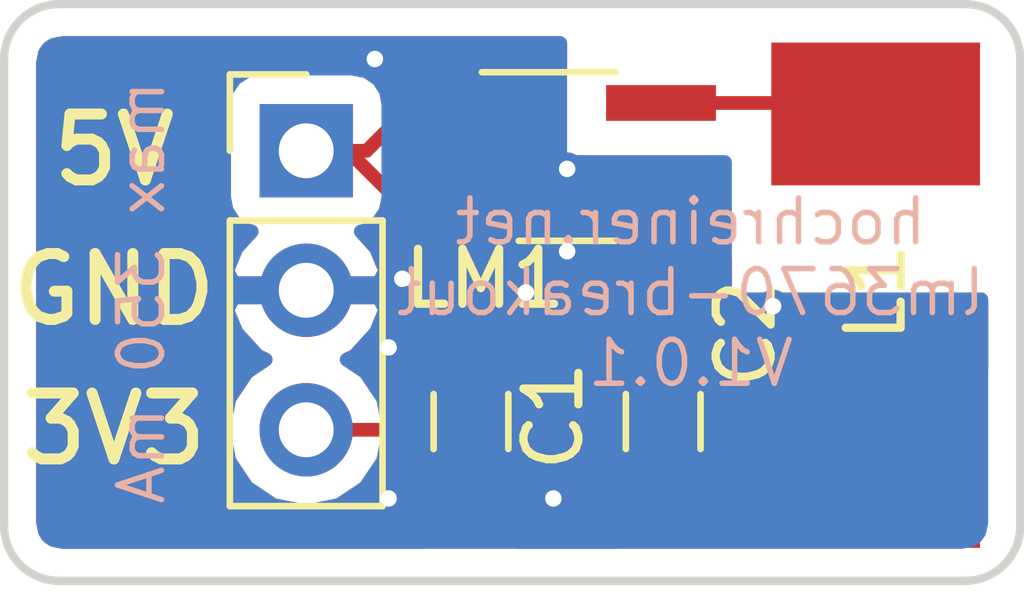
<source format=kicad_pcb>
(kicad_pcb (version 4) (host pcbnew 4.0.6)

  (general
    (links 19)
    (no_connects 0)
    (area 134.424999 102.424999 153.075001 113.075001)
    (thickness 1.6)
    (drawings 13)
    (tracks 22)
    (zones 0)
    (modules 14)
    (nets 5)
  )

  (page A4)
  (layers
    (0 F.Cu signal)
    (31 B.Cu signal)
    (32 B.Adhes user)
    (33 F.Adhes user)
    (34 B.Paste user)
    (35 F.Paste user)
    (36 B.SilkS user)
    (37 F.SilkS user)
    (38 B.Mask user)
    (39 F.Mask user)
    (40 Dwgs.User user)
    (41 Cmts.User user)
    (42 Eco1.User user)
    (43 Eco2.User user)
    (44 Edge.Cuts user)
    (45 Margin user)
    (46 B.CrtYd user)
    (47 F.CrtYd user)
    (48 B.Fab user)
    (49 F.Fab user)
  )

  (setup
    (last_trace_width 0.25)
    (trace_clearance 0.3)
    (zone_clearance 0.508)
    (zone_45_only no)
    (trace_min 0.2)
    (segment_width 0.2)
    (edge_width 0.15)
    (via_size 0.45)
    (via_drill 0.2)
    (via_min_size 0.45)
    (via_min_drill 0.2)
    (uvia_size 0.3)
    (uvia_drill 0.1)
    (uvias_allowed no)
    (uvia_min_size 0.2)
    (uvia_min_drill 0.1)
    (pcb_text_width 0.3)
    (pcb_text_size 1.5 1.5)
    (mod_edge_width 0.15)
    (mod_text_size 1 1)
    (mod_text_width 0.15)
    (pad_size 0.6 0.6)
    (pad_drill 0.3)
    (pad_to_mask_clearance 0.2)
    (aux_axis_origin 0 0)
    (visible_elements FFFFFF7F)
    (pcbplotparams
      (layerselection 0x00030_80000001)
      (usegerberextensions false)
      (excludeedgelayer true)
      (linewidth 0.100000)
      (plotframeref false)
      (viasonmask false)
      (mode 1)
      (useauxorigin false)
      (hpglpennumber 1)
      (hpglpenspeed 20)
      (hpglpendiameter 15)
      (hpglpenoverlay 2)
      (psnegative false)
      (psa4output false)
      (plotreference true)
      (plotvalue true)
      (plotinvisibletext false)
      (padsonsilk false)
      (subtractmaskfromsilk false)
      (outputformat 1)
      (mirror false)
      (drillshape 1)
      (scaleselection 1)
      (outputdirectory ""))
  )

  (net 0 "")
  (net 1 GND)
  (net 2 /5V)
  (net 3 /3V3)
  (net 4 "Net-(L1-Pad2)")

  (net_class Default "This is the default net class."
    (clearance 0.3)
    (trace_width 0.25)
    (via_dia 0.45)
    (via_drill 0.2)
    (uvia_dia 0.3)
    (uvia_drill 0.1)
    (add_net /3V3)
    (add_net /5V)
    (add_net GND)
    (add_net "Net-(L1-Pad2)")
  )

  (module utils:STITCHING_VIA (layer F.Cu) (tedit 59C2BDAD) (tstamp 59C40751)
    (at 144.5 111.5)
    (fp_text reference REF** (at 0 2.54) (layer F.SilkS) hide
      (effects (font (size 1 1) (thickness 0.15)))
    )
    (fp_text value STITCHING_VIA (at 0 -2.54) (layer F.Fab) hide
      (effects (font (size 1 1) (thickness 0.15)))
    )
    (pad 1 thru_hole circle (at 0 0) (size 0.6 0.6) (drill 0.3) (layers *.Cu)
      (net 1 GND) (zone_connect 2))
  )

  (module utils:STITCHING_VIA (layer F.Cu) (tedit 59C2BDAD) (tstamp 59C4074C)
    (at 141.5 111.5)
    (fp_text reference REF** (at 0 2.54) (layer F.SilkS) hide
      (effects (font (size 1 1) (thickness 0.15)))
    )
    (fp_text value STITCHING_VIA (at 0 -2.54) (layer F.Fab) hide
      (effects (font (size 1 1) (thickness 0.15)))
    )
    (pad 1 thru_hole circle (at 0 0) (size 0.6 0.6) (drill 0.3) (layers *.Cu)
      (net 1 GND) (zone_connect 2))
  )

  (module utils:STITCHING_VIA (layer F.Cu) (tedit 59C2BDAD) (tstamp 59C40610)
    (at 144 107.75)
    (fp_text reference REF** (at 0 2.54) (layer F.SilkS) hide
      (effects (font (size 1 1) (thickness 0.15)))
    )
    (fp_text value STITCHING_VIA (at 0 -2.54) (layer F.Fab) hide
      (effects (font (size 1 1) (thickness 0.15)))
    )
    (pad 1 thru_hole circle (at 0 0) (size 0.6 0.6) (drill 0.3) (layers *.Cu)
      (net 1 GND) (zone_connect 2))
  )

  (module utils:STITCHING_VIA (layer F.Cu) (tedit 59C2BDAD) (tstamp 59C4055B)
    (at 141.25 103.5)
    (fp_text reference REF** (at 0 2.54) (layer F.SilkS) hide
      (effects (font (size 1 1) (thickness 0.15)))
    )
    (fp_text value STITCHING_VIA (at 0 -2.54) (layer F.Fab) hide
      (effects (font (size 1 1) (thickness 0.15)))
    )
    (pad 1 thru_hole circle (at 0 0) (size 0.6 0.6) (drill 0.3) (layers *.Cu)
      (net 1 GND) (zone_connect 2))
  )

  (module utils:STITCHING_VIA (layer F.Cu) (tedit 59C2BDAD) (tstamp 59C40550)
    (at 141.5 108.75)
    (fp_text reference REF** (at 0 2.54) (layer F.SilkS) hide
      (effects (font (size 1 1) (thickness 0.15)))
    )
    (fp_text value STITCHING_VIA (at 0 -2.54) (layer F.Fab) hide
      (effects (font (size 1 1) (thickness 0.15)))
    )
    (pad 1 thru_hole circle (at 0 0) (size 0.6 0.6) (drill 0.3) (layers *.Cu)
      (net 1 GND) (zone_connect 2))
  )

  (module utils:STITCHING_VIA (layer F.Cu) (tedit 59C2BDAD) (tstamp 59C4054B)
    (at 141.75 107.5)
    (fp_text reference REF** (at 0 2.54) (layer F.SilkS) hide
      (effects (font (size 1 1) (thickness 0.15)))
    )
    (fp_text value STITCHING_VIA (at 0 -2.54) (layer F.Fab) hide
      (effects (font (size 1 1) (thickness 0.15)))
    )
    (pad 1 thru_hole circle (at 0 0) (size 0.6 0.6) (drill 0.3) (layers *.Cu)
      (net 1 GND) (zone_connect 2))
  )

  (module utils:STITCHING_VIA (layer F.Cu) (tedit 59C2BDAD) (tstamp 59C40503)
    (at 144.75 107)
    (fp_text reference REF** (at 0 2.54) (layer F.SilkS) hide
      (effects (font (size 1 1) (thickness 0.15)))
    )
    (fp_text value STITCHING_VIA (at 0 -2.54) (layer F.Fab) hide
      (effects (font (size 1 1) (thickness 0.15)))
    )
    (pad 1 thru_hole circle (at 0 0) (size 0.6 0.6) (drill 0.3) (layers *.Cu)
      (net 1 GND) (zone_connect 2))
  )

  (module utils:STITCHING_VIA (layer F.Cu) (tedit 59C2BDAD) (tstamp 59C8A138)
    (at 144.75 105.5)
    (fp_text reference REF** (at 0 2.54) (layer F.SilkS) hide
      (effects (font (size 1 1) (thickness 0.15)))
    )
    (fp_text value STITCHING_VIA (at 0 -2.54) (layer F.Fab) hide
      (effects (font (size 1 1) (thickness 0.15)))
    )
    (pad 1 thru_hole circle (at 0 0) (size 0.6 0.6) (drill 0.3) (layers *.Cu)
      (net 1 GND) (zone_connect 2))
  )

  (module Resistors_SMD:R_0603_HandSoldering (layer F.Cu) (tedit 58AAD9E8) (tstamp 59C5ED13)
    (at 143 110.1 90)
    (descr "Resistor SMD 0603, hand soldering")
    (tags "resistor 0603")
    (path /59C2B639)
    (attr smd)
    (fp_text reference C1 (at 0.1 1.5 90) (layer F.SilkS)
      (effects (font (size 1 1) (thickness 0.15)))
    )
    (fp_text value 4.7µF (at 0 1.55 90) (layer F.Fab)
      (effects (font (size 1 1) (thickness 0.15)))
    )
    (fp_text user %R (at 0 -1.45 90) (layer F.Fab)
      (effects (font (size 1 1) (thickness 0.15)))
    )
    (fp_line (start -0.8 0.4) (end -0.8 -0.4) (layer F.Fab) (width 0.1))
    (fp_line (start 0.8 0.4) (end -0.8 0.4) (layer F.Fab) (width 0.1))
    (fp_line (start 0.8 -0.4) (end 0.8 0.4) (layer F.Fab) (width 0.1))
    (fp_line (start -0.8 -0.4) (end 0.8 -0.4) (layer F.Fab) (width 0.1))
    (fp_line (start 0.5 0.68) (end -0.5 0.68) (layer F.SilkS) (width 0.12))
    (fp_line (start -0.5 -0.68) (end 0.5 -0.68) (layer F.SilkS) (width 0.12))
    (fp_line (start -1.96 -0.7) (end 1.95 -0.7) (layer F.CrtYd) (width 0.05))
    (fp_line (start -1.96 -0.7) (end -1.96 0.7) (layer F.CrtYd) (width 0.05))
    (fp_line (start 1.95 0.7) (end 1.95 -0.7) (layer F.CrtYd) (width 0.05))
    (fp_line (start 1.95 0.7) (end -1.96 0.7) (layer F.CrtYd) (width 0.05))
    (pad 1 smd rect (at -1.1 0 90) (size 1.2 0.9) (layers F.Cu F.Paste F.Mask)
      (net 1 GND))
    (pad 2 smd rect (at 1.1 0 90) (size 1.2 0.9) (layers F.Cu F.Paste F.Mask)
      (net 2 /5V))
    (model Resistors_SMD.3dshapes/R_0603.wrl
      (at (xyz 0 0 0))
      (scale (xyz 1 1 1))
      (rotate (xyz 0 0 0))
    )
  )

  (module Resistors_SMD:R_0603_HandSoldering (layer F.Cu) (tedit 58AAD9E8) (tstamp 59C5ED24)
    (at 146.5 110.1 90)
    (descr "Resistor SMD 0603, hand soldering")
    (tags "resistor 0603")
    (path /59C2B6BB)
    (attr smd)
    (fp_text reference C2 (at 1.6 1.5 270) (layer F.SilkS)
      (effects (font (size 1 1) (thickness 0.15)))
    )
    (fp_text value 10µF (at 0 1.55 90) (layer F.Fab)
      (effects (font (size 1 1) (thickness 0.15)))
    )
    (fp_text user %R (at 0 -1.45 90) (layer F.Fab)
      (effects (font (size 1 1) (thickness 0.15)))
    )
    (fp_line (start -0.8 0.4) (end -0.8 -0.4) (layer F.Fab) (width 0.1))
    (fp_line (start 0.8 0.4) (end -0.8 0.4) (layer F.Fab) (width 0.1))
    (fp_line (start 0.8 -0.4) (end 0.8 0.4) (layer F.Fab) (width 0.1))
    (fp_line (start -0.8 -0.4) (end 0.8 -0.4) (layer F.Fab) (width 0.1))
    (fp_line (start 0.5 0.68) (end -0.5 0.68) (layer F.SilkS) (width 0.12))
    (fp_line (start -0.5 -0.68) (end 0.5 -0.68) (layer F.SilkS) (width 0.12))
    (fp_line (start -1.96 -0.7) (end 1.95 -0.7) (layer F.CrtYd) (width 0.05))
    (fp_line (start -1.96 -0.7) (end -1.96 0.7) (layer F.CrtYd) (width 0.05))
    (fp_line (start 1.95 0.7) (end 1.95 -0.7) (layer F.CrtYd) (width 0.05))
    (fp_line (start 1.95 0.7) (end -1.96 0.7) (layer F.CrtYd) (width 0.05))
    (pad 1 smd rect (at -1.1 0 90) (size 1.2 0.9) (layers F.Cu F.Paste F.Mask)
      (net 3 /3V3))
    (pad 2 smd rect (at 1.1 0 90) (size 1.2 0.9) (layers F.Cu F.Paste F.Mask)
      (net 1 GND))
    (model Resistors_SMD.3dshapes/R_0603.wrl
      (at (xyz 0 0 0))
      (scale (xyz 1 1 1))
      (rotate (xyz 0 0 0))
    )
  )

  (module Pin_Headers:Pin_Header_Straight_1x03_Pitch2.54mm (layer F.Cu) (tedit 59C401AC) (tstamp 59C5ED39)
    (at 140 105.17)
    (descr "Through hole straight pin header, 1x03, 2.54mm pitch, single row")
    (tags "Through hole pin header THT 1x03 2.54mm single row")
    (path /59C2B886)
    (fp_text reference CC1 (at 2.25 -0.17 90) (layer F.SilkS) hide
      (effects (font (size 1 1) (thickness 0.15)))
    )
    (fp_text value CC (at 0 7.47) (layer F.Fab)
      (effects (font (size 1 1) (thickness 0.15)))
    )
    (fp_line (start -1.27 -1.27) (end -1.27 6.35) (layer F.Fab) (width 0.1))
    (fp_line (start -1.27 6.35) (end 1.27 6.35) (layer F.Fab) (width 0.1))
    (fp_line (start 1.27 6.35) (end 1.27 -1.27) (layer F.Fab) (width 0.1))
    (fp_line (start 1.27 -1.27) (end -1.27 -1.27) (layer F.Fab) (width 0.1))
    (fp_line (start -1.39 1.27) (end -1.39 6.47) (layer F.SilkS) (width 0.12))
    (fp_line (start -1.39 6.47) (end 1.39 6.47) (layer F.SilkS) (width 0.12))
    (fp_line (start 1.39 6.47) (end 1.39 1.27) (layer F.SilkS) (width 0.12))
    (fp_line (start 1.39 1.27) (end -1.39 1.27) (layer F.SilkS) (width 0.12))
    (fp_line (start -1.39 0) (end -1.39 -1.39) (layer F.SilkS) (width 0.12))
    (fp_line (start -1.39 -1.39) (end 0 -1.39) (layer F.SilkS) (width 0.12))
    (fp_line (start -1.6 -1.6) (end -1.6 6.6) (layer F.CrtYd) (width 0.05))
    (fp_line (start -1.6 6.6) (end 1.6 6.6) (layer F.CrtYd) (width 0.05))
    (fp_line (start 1.6 6.6) (end 1.6 -1.6) (layer F.CrtYd) (width 0.05))
    (fp_line (start 1.6 -1.6) (end -1.6 -1.6) (layer F.CrtYd) (width 0.05))
    (pad 1 thru_hole rect (at 0 0) (size 1.7 1.7) (drill 1) (layers *.Cu *.Mask)
      (net 2 /5V))
    (pad 2 thru_hole oval (at 0 2.54) (size 1.7 1.7) (drill 1) (layers *.Cu *.Mask)
      (net 1 GND))
    (pad 3 thru_hole oval (at 0 5.08) (size 1.7 1.7) (drill 1) (layers *.Cu *.Mask)
      (net 3 /3V3))
    (model Pin_Headers.3dshapes/Pin_Header_Straight_1x03_Pitch2.54mm.wrl
      (at (xyz 0 -0.1 0))
      (scale (xyz 1 1 1))
      (rotate (xyz 0 0 90))
    )
  )

  (module lm3670-breakout:INDUCTOR (layer F.Cu) (tedit 598EC22F) (tstamp 59C5ED3F)
    (at 150.368 107.8 90)
    (path /59C2B6D8)
    (fp_text reference L1 (at 0.05 0 90) (layer F.SilkS)
      (effects (font (size 1 1) (thickness 0.15)))
    )
    (fp_text value 10µH (at 0 -3 90) (layer F.Fab)
      (effects (font (size 1 1) (thickness 0.15)))
    )
    (pad 1 smd rect (at -3.3 0 90) (size 2.6 3.8) (layers F.Cu F.Paste F.Mask)
      (net 3 /3V3))
    (pad 2 smd rect (at 3.3 0 90) (size 2.6 3.8) (layers F.Cu F.Paste F.Mask)
      (net 4 "Net-(L1-Pad2)"))
  )

  (module TO_SOT_Packages_SMD:TSOT-23-5_HandSoldering (layer F.Cu) (tedit 588357EE) (tstamp 59C5ED53)
    (at 144.75 105.25)
    (descr "5-pin TSOT23 package, http://cds.linear.com/docs/en/packaging/SOT_5_05-08-1635.pdf")
    (tags "TSOT-23-5 Hand-soldering")
    (path /59C2B591)
    (attr smd)
    (fp_text reference LM1 (at -1.5 2.25) (layer F.SilkS)
      (effects (font (size 1 1) (thickness 0.15)))
    )
    (fp_text value LM3670 (at 0 2.5) (layer F.Fab)
      (effects (font (size 1 1) (thickness 0.15)))
    )
    (fp_line (start -0.88 1.56) (end 0.88 1.56) (layer F.SilkS) (width 0.12))
    (fp_line (start 0.88 -1.51) (end -1.55 -1.51) (layer F.SilkS) (width 0.12))
    (fp_line (start -0.88 -1) (end -0.43 -1.45) (layer F.Fab) (width 0.1))
    (fp_line (start 0.88 -1.45) (end -0.43 -1.45) (layer F.Fab) (width 0.1))
    (fp_line (start -0.88 -1) (end -0.88 1.45) (layer F.Fab) (width 0.1))
    (fp_line (start 0.88 1.45) (end -0.88 1.45) (layer F.Fab) (width 0.1))
    (fp_line (start 0.88 -1.45) (end 0.88 1.45) (layer F.Fab) (width 0.1))
    (fp_line (start -2.96 -1.7) (end 2.96 -1.7) (layer F.CrtYd) (width 0.05))
    (fp_line (start -2.96 -1.7) (end -2.96 1.7) (layer F.CrtYd) (width 0.05))
    (fp_line (start 2.96 1.7) (end 2.96 -1.7) (layer F.CrtYd) (width 0.05))
    (fp_line (start 2.96 1.7) (end -2.96 1.7) (layer F.CrtYd) (width 0.05))
    (pad 1 smd rect (at -1.71 -0.95) (size 2 0.65) (layers F.Cu F.Paste F.Mask)
      (net 2 /5V))
    (pad 2 smd rect (at -1.71 0) (size 2 0.65) (layers F.Cu F.Paste F.Mask)
      (net 1 GND))
    (pad 3 smd rect (at -1.71 0.95) (size 2 0.65) (layers F.Cu F.Paste F.Mask)
      (net 2 /5V))
    (pad 4 smd rect (at 1.71 0.95) (size 2 0.65) (layers F.Cu F.Paste F.Mask)
      (net 3 /3V3))
    (pad 5 smd rect (at 1.71 -0.95) (size 2 0.65) (layers F.Cu F.Paste F.Mask)
      (net 4 "Net-(L1-Pad2)"))
  )

  (module utils:STITCHING_VIA (layer F.Cu) (tedit 59C2BDAD) (tstamp 59C8A12C)
    (at 148.5 108)
    (fp_text reference REF** (at 0 2.54) (layer F.SilkS) hide
      (effects (font (size 1 1) (thickness 0.15)))
    )
    (fp_text value STITCHING_VIA (at 0 -2.54) (layer F.Fab) hide
      (effects (font (size 1 1) (thickness 0.15)))
    )
    (pad 1 thru_hole circle (at 0 0) (size 0.6 0.6) (drill 0.3) (layers *.Cu)
      (net 1 GND) (zone_connect 2))
  )

  (gr_text "max 350 mA" (at 137 107.75 90) (layer B.SilkS)
    (effects (font (size 0.8 0.8) (thickness 0.1)) (justify mirror))
  )
  (gr_text "hochreiner.net\nlm3670-breakout\nV1.0.1" (at 147 107.75) (layer B.SilkS)
    (effects (font (size 0.8 0.8) (thickness 0.1)) (justify mirror))
  )
  (gr_arc (start 152 103.5) (end 152 102.5) (angle 90) (layer Edge.Cuts) (width 0.15))
  (gr_arc (start 152 112) (end 153 112) (angle 90) (layer Edge.Cuts) (width 0.15))
  (gr_text 3V3 (at 136.5 110.236) (layer F.SilkS)
    (effects (font (size 1.2 1.2) (thickness 0.2)))
  )
  (gr_text GND (at 136.5 107.696) (layer F.SilkS)
    (effects (font (size 1.2 1.2) (thickness 0.2)))
  )
  (gr_text 5V (at 136.5 105.156) (layer F.SilkS)
    (effects (font (size 1.2 1.2) (thickness 0.2)))
  )
  (gr_arc (start 135.5 112) (end 135.5 113) (angle 90) (layer Edge.Cuts) (width 0.15))
  (gr_arc (start 135.5 103.5) (end 134.5 103.5) (angle 90) (layer Edge.Cuts) (width 0.15))
  (gr_line (start 153 103.5) (end 153 112) (layer Edge.Cuts) (width 0.15))
  (gr_line (start 134.5 112) (end 134.5 103.5) (layer Edge.Cuts) (width 0.15))
  (gr_line (start 152 113) (end 135.5 113) (layer Edge.Cuts) (width 0.15))
  (gr_line (start 152 102.5) (end 135.5 102.5) (layer Edge.Cuts) (width 0.15))

  (segment (start 143.04 105.25) (end 144.5 105.25) (width 0.25) (layer F.Cu) (net 1))
  (segment (start 144.5 105.25) (end 144.75 105.5) (width 0.25) (layer F.Cu) (net 1))
  (segment (start 143.04 106.2) (end 143.04 108.96) (width 0.25) (layer F.Cu) (net 2))
  (segment (start 143.04 108.96) (end 143 109) (width 0.25) (layer F.Cu) (net 2))
  (segment (start 143.04 106.2) (end 141.79 106.2) (width 0.25) (layer F.Cu) (net 2))
  (segment (start 141.79 106.2) (end 140.76 105.17) (width 0.25) (layer F.Cu) (net 2))
  (segment (start 140.76 105.17) (end 140 105.17) (width 0.25) (layer F.Cu) (net 2))
  (segment (start 140 105.17) (end 141.1 105.17) (width 0.25) (layer F.Cu) (net 2))
  (segment (start 141.1 105.17) (end 141.97 104.3) (width 0.25) (layer F.Cu) (net 2))
  (segment (start 141.97 104.3) (end 143.04 104.3) (width 0.25) (layer F.Cu) (net 2))
  (segment (start 144.774999 110.174999) (end 144.774999 108.460001) (width 0.25) (layer F.Cu) (net 3))
  (segment (start 144.774999 108.460001) (end 146.46 106.775) (width 0.25) (layer F.Cu) (net 3))
  (segment (start 146.46 106.775) (end 146.46 106.2) (width 0.25) (layer F.Cu) (net 3))
  (segment (start 146.5 111.2) (end 150.268 111.2) (width 0.25) (layer F.Cu) (net 3))
  (segment (start 150.268 111.2) (end 150.368 111.1) (width 0.25) (layer F.Cu) (net 3))
  (segment (start 140 110.25) (end 142.134998 110.25) (width 0.25) (layer F.Cu) (net 3))
  (segment (start 142.134998 110.25) (end 142.209999 110.174999) (width 0.25) (layer F.Cu) (net 3))
  (segment (start 142.209999 110.174999) (end 144.774999 110.174999) (width 0.25) (layer F.Cu) (net 3))
  (segment (start 144.774999 110.174999) (end 145.8 111.2) (width 0.25) (layer F.Cu) (net 3))
  (segment (start 145.8 111.2) (end 146.5 111.2) (width 0.25) (layer F.Cu) (net 3))
  (segment (start 146.46 104.3) (end 150.168 104.3) (width 0.25) (layer F.Cu) (net 4))
  (segment (start 150.168 104.3) (end 150.368 104.5) (width 0.25) (layer F.Cu) (net 4))

  (zone (net 1) (net_name GND) (layer B.Cu) (tstamp 0) (hatch edge 0.508)
    (connect_pads (clearance 0.508))
    (min_thickness 0.254)
    (fill yes (arc_segments 16) (thermal_gap 0.508) (thermal_bridge_width 0.508))
    (polygon
      (pts
        (xy 134.5 102.5) (xy 144.75 102.5) (xy 144.75 105.25) (xy 147.75 105.25) (xy 147.75 107.75)
        (xy 153 107.75) (xy 153 113) (xy 134.5 113)
      )
    )
    (filled_polygon
      (pts
        (xy 144.623 105.25) (xy 144.633006 105.29941) (xy 144.661447 105.341035) (xy 144.703841 105.368315) (xy 144.75 105.377)
        (xy 147.623 105.377) (xy 147.623 107.75) (xy 147.633006 107.79941) (xy 147.661447 107.841035) (xy 147.703841 107.868315)
        (xy 147.75 107.877) (xy 152.29 107.877) (xy 152.29 111.93007) (xy 152.255074 112.105655) (xy 152.195225 112.195226)
        (xy 152.105655 112.255074) (xy 151.93007 112.29) (xy 135.56993 112.29) (xy 135.394345 112.255074) (xy 135.304774 112.195225)
        (xy 135.244926 112.105655) (xy 135.21 111.93007) (xy 135.21 110.25) (xy 138.485907 110.25) (xy 138.598946 110.818285)
        (xy 138.920853 111.300054) (xy 139.402622 111.621961) (xy 139.970907 111.735) (xy 140.029093 111.735) (xy 140.597378 111.621961)
        (xy 141.079147 111.300054) (xy 141.401054 110.818285) (xy 141.514093 110.25) (xy 141.401054 109.681715) (xy 141.079147 109.199946)
        (xy 140.738447 108.972298) (xy 140.881358 108.905183) (xy 141.271645 108.476924) (xy 141.441476 108.06689) (xy 141.320155 107.837)
        (xy 140.127 107.837) (xy 140.127 107.857) (xy 139.873 107.857) (xy 139.873 107.837) (xy 138.679845 107.837)
        (xy 138.558524 108.06689) (xy 138.728355 108.476924) (xy 139.118642 108.905183) (xy 139.261553 108.972298) (xy 138.920853 109.199946)
        (xy 138.598946 109.681715) (xy 138.485907 110.25) (xy 135.21 110.25) (xy 135.21 104.32) (xy 138.50256 104.32)
        (xy 138.50256 106.02) (xy 138.546838 106.255317) (xy 138.68591 106.471441) (xy 138.89811 106.616431) (xy 139.006107 106.638301)
        (xy 138.728355 106.943076) (xy 138.558524 107.35311) (xy 138.679845 107.583) (xy 139.873 107.583) (xy 139.873 107.563)
        (xy 140.127 107.563) (xy 140.127 107.583) (xy 141.320155 107.583) (xy 141.441476 107.35311) (xy 141.271645 106.943076)
        (xy 140.995499 106.640063) (xy 141.085317 106.623162) (xy 141.301441 106.48409) (xy 141.446431 106.27189) (xy 141.49744 106.02)
        (xy 141.49744 104.32) (xy 141.453162 104.084683) (xy 141.31409 103.868559) (xy 141.10189 103.723569) (xy 140.85 103.67256)
        (xy 139.15 103.67256) (xy 138.914683 103.716838) (xy 138.698559 103.85591) (xy 138.553569 104.06811) (xy 138.50256 104.32)
        (xy 135.21 104.32) (xy 135.21 103.56993) (xy 135.244926 103.394345) (xy 135.304774 103.304775) (xy 135.394345 103.244926)
        (xy 135.56993 103.21) (xy 144.623 103.21)
      )
    )
  )
  (zone (net 1) (net_name GND) (layer F.Cu) (tstamp 0) (hatch edge 0.508)
    (connect_pads (clearance 0.508))
    (min_thickness 0.254)
    (fill yes (arc_segments 16) (thermal_gap 0.508) (thermal_bridge_width 0.508))
    (polygon
      (pts
        (xy 134.5 102.5) (xy 144.75 102.5) (xy 144.75 105.25) (xy 147.75 105.25) (xy 147.75 107.75)
        (xy 153 107.75) (xy 153 113) (xy 134.5 113)
      )
    )
    (filled_polygon
      (pts
        (xy 144.623 103.70835) (xy 144.50409 103.523559) (xy 144.29189 103.378569) (xy 144.04 103.32756) (xy 142.04 103.32756)
        (xy 141.804683 103.371838) (xy 141.588559 103.51091) (xy 141.443569 103.72311) (xy 141.436038 103.760301) (xy 141.432599 103.762599)
        (xy 141.319003 103.876195) (xy 141.31409 103.868559) (xy 141.10189 103.723569) (xy 140.85 103.67256) (xy 139.15 103.67256)
        (xy 138.914683 103.716838) (xy 138.698559 103.85591) (xy 138.553569 104.06811) (xy 138.50256 104.32) (xy 138.50256 106.02)
        (xy 138.546838 106.255317) (xy 138.68591 106.471441) (xy 138.89811 106.616431) (xy 139.006107 106.638301) (xy 138.728355 106.943076)
        (xy 138.558524 107.35311) (xy 138.679845 107.583) (xy 139.873 107.583) (xy 139.873 107.563) (xy 140.127 107.563)
        (xy 140.127 107.583) (xy 141.320155 107.583) (xy 141.441476 107.35311) (xy 141.271645 106.943076) (xy 140.995499 106.640063)
        (xy 141.085317 106.623162) (xy 141.117592 106.602394) (xy 141.252599 106.737401) (xy 141.499161 106.902148) (xy 141.532352 106.90875)
        (xy 141.57591 106.976441) (xy 141.78811 107.121431) (xy 142.04 107.17244) (xy 142.28 107.17244) (xy 142.28 107.819156)
        (xy 142.098559 107.93591) (xy 141.953569 108.14811) (xy 141.90256 108.4) (xy 141.90256 109.483942) (xy 141.893494 109.49)
        (xy 141.272954 109.49) (xy 141.079147 109.199946) (xy 140.738447 108.972298) (xy 140.881358 108.905183) (xy 141.271645 108.476924)
        (xy 141.441476 108.06689) (xy 141.320155 107.837) (xy 140.127 107.837) (xy 140.127 107.857) (xy 139.873 107.857)
        (xy 139.873 107.837) (xy 138.679845 107.837) (xy 138.558524 108.06689) (xy 138.728355 108.476924) (xy 139.118642 108.905183)
        (xy 139.261553 108.972298) (xy 138.920853 109.199946) (xy 138.598946 109.681715) (xy 138.485907 110.25) (xy 138.598946 110.818285)
        (xy 138.920853 111.300054) (xy 139.402622 111.621961) (xy 139.970907 111.735) (xy 140.029093 111.735) (xy 140.597378 111.621961)
        (xy 141.079147 111.300054) (xy 141.272954 111.01) (xy 142.01075 111.01) (xy 142.07375 111.073) (xy 142.873 111.073)
        (xy 142.873 111.053) (xy 143.127 111.053) (xy 143.127 111.073) (xy 143.92625 111.073) (xy 144.064251 110.934999)
        (xy 144.460197 110.934999) (xy 145.262599 111.737401) (xy 145.409215 111.835367) (xy 145.446838 112.035317) (xy 145.58591 112.251441)
        (xy 145.642343 112.29) (xy 143.858026 112.29) (xy 143.988327 112.159698) (xy 144.085 111.926309) (xy 144.085 111.48575)
        (xy 143.92625 111.327) (xy 143.127 111.327) (xy 143.127 111.347) (xy 142.873 111.347) (xy 142.873 111.327)
        (xy 142.07375 111.327) (xy 141.915 111.48575) (xy 141.915 111.926309) (xy 142.011673 112.159698) (xy 142.141974 112.29)
        (xy 135.56993 112.29) (xy 135.394345 112.255074) (xy 135.304774 112.195225) (xy 135.244926 112.105655) (xy 135.21 111.93007)
        (xy 135.21 103.56993) (xy 135.244926 103.394345) (xy 135.304774 103.304775) (xy 135.394345 103.244926) (xy 135.56993 103.21)
        (xy 144.623 103.21)
      )
    )
    (filled_polygon
      (pts
        (xy 147.623 107.75) (xy 147.633006 107.79941) (xy 147.661447 107.841035) (xy 147.703841 107.868315) (xy 147.75 107.877)
        (xy 152.29 107.877) (xy 152.29 109.157015) (xy 152.268 109.15256) (xy 148.468 109.15256) (xy 148.232683 109.196838)
        (xy 148.016559 109.33591) (xy 147.871569 109.54811) (xy 147.82056 109.8) (xy 147.82056 110.44) (xy 147.567334 110.44)
        (xy 147.553162 110.364683) (xy 147.41409 110.148559) (xy 147.345994 110.102031) (xy 147.488327 109.959698) (xy 147.585 109.726309)
        (xy 147.585 109.28575) (xy 147.42625 109.127) (xy 146.627 109.127) (xy 146.627 109.147) (xy 146.373 109.147)
        (xy 146.373 109.127) (xy 146.353 109.127) (xy 146.353 108.873) (xy 146.373 108.873) (xy 146.373 108.853)
        (xy 146.627 108.853) (xy 146.627 108.873) (xy 147.42625 108.873) (xy 147.585 108.71425) (xy 147.585 108.273691)
        (xy 147.488327 108.040302) (xy 147.309699 107.861673) (xy 147.07631 107.765) (xy 146.78575 107.765) (xy 146.627002 107.923748)
        (xy 146.627002 107.765) (xy 146.544802 107.765) (xy 146.997401 107.312401) (xy 147.09092 107.17244) (xy 147.46 107.17244)
        (xy 147.623 107.141769)
      )
    )
    (filled_polygon
      (pts
        (xy 144.703841 105.368315) (xy 144.75 105.377) (xy 145.061257 105.377) (xy 145.008559 105.41091) (xy 144.863569 105.62311)
        (xy 144.81256 105.875) (xy 144.81256 106.525) (xy 144.856838 106.760317) (xy 144.99591 106.976441) (xy 145.107506 107.052692)
        (xy 144.237598 107.9226) (xy 144.072851 108.169162) (xy 144.063166 108.217851) (xy 144.053162 108.164683) (xy 143.91409 107.948559)
        (xy 143.8 107.870605) (xy 143.8 107.17244) (xy 144.04 107.17244) (xy 144.275317 107.128162) (xy 144.491441 106.98909)
        (xy 144.636431 106.77689) (xy 144.68744 106.525) (xy 144.68744 105.875) (xy 144.661081 105.734914) (xy 144.675 105.70131)
        (xy 144.675 105.53575) (xy 144.516252 105.377002) (xy 144.675 105.377002) (xy 144.675 105.349756)
      )
    )
  )
)

</source>
